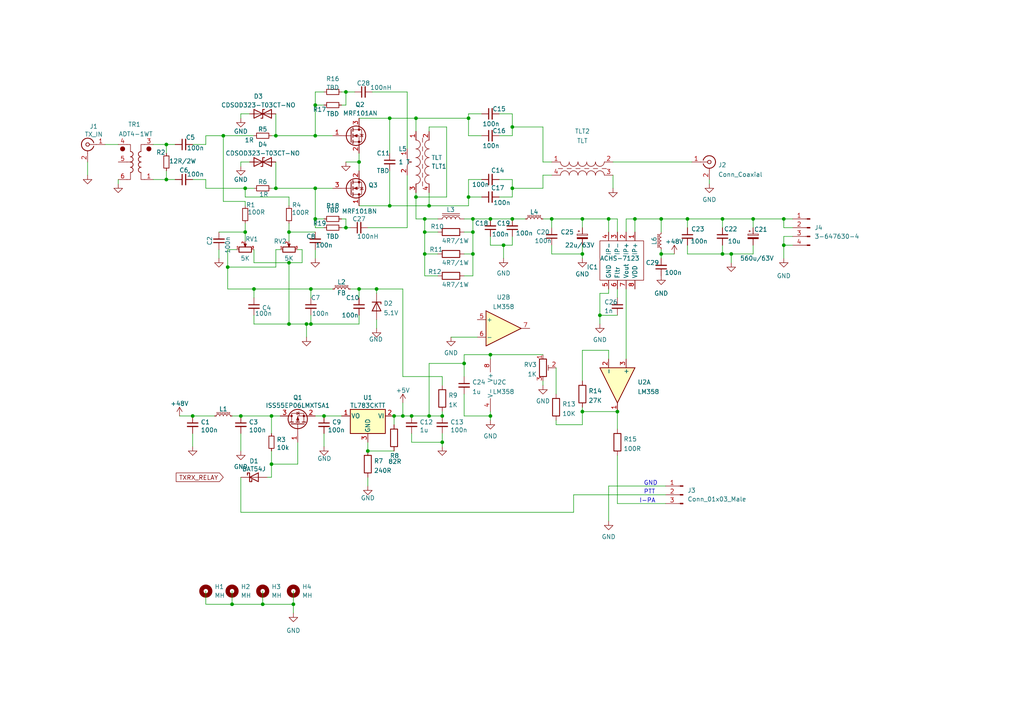
<source format=kicad_sch>
(kicad_sch (version 20211123) (generator eeschema)
  (paper "A4")
  (title_block (title "MUNIN 100 HF PA") (date "2022-01-25") (rev "0") (company "LA2NI") (comment 1 "Eng:Kjell Karlsen"))
  (junction (at 85.09 175.26))
  (junction (at 184.15 63.5))
  (junction (at 113.03 34.29))
  (junction (at 104.14 83.82))
  (junction (at 91.44 54.61))
  (junction (at 137.16 73.66))
  (junction (at 48.26 41.91))
  (junction (at 142.24 63.5))
  (junction (at 78.74 134.62))
  (junction (at 88.9 93.98))
  (junction (at 168.91 73.66))
  (junction (at 67.31 175.26))
  (junction (at 83.82 93.98))
  (junction (at 113.03 59.69))
  (junction (at 124.46 59.69))
  (junction (at 148.59 63.5))
  (junction (at 83.82 76.2))
  (junction (at 218.44 63.5))
  (junction (at 137.16 67.31))
  (junction (at 83.82 67.31))
  (junction (at 168.91 119.38))
  (junction (at 78.74 120.65))
  (junction (at 128.27 128.27))
  (junction (at 199.39 63.5))
  (junction (at 91.44 30.48))
  (junction (at 76.2 175.26))
  (junction (at 100.33 26.67))
  (junction (at 123.19 67.31))
  (junction (at 48.26 52.07))
  (junction (at 91.44 39.37))
  (junction (at 124.46 120.65))
  (junction (at 90.17 83.82))
  (junction (at 148.59 54.61))
  (junction (at 212.09 73.66))
  (junction (at 134.62 105.41))
  (junction (at 120.65 57.15))
  (junction (at 100.33 66.04))
  (junction (at 69.85 120.65))
  (junction (at 160.02 63.5))
  (junction (at 120.65 34.29))
  (junction (at 119.38 120.65))
  (junction (at 209.55 73.66))
  (junction (at 227.33 71.12))
  (junction (at 227.33 63.5))
  (junction (at 142.24 120.65))
  (junction (at 73.66 83.82))
  (junction (at 71.12 54.61))
  (junction (at 80.01 39.37))
  (junction (at 66.04 77.47))
  (junction (at 114.3 120.65))
  (junction (at 123.19 73.66))
  (junction (at 123.19 63.5))
  (junction (at 173.99 91.44))
  (junction (at 168.91 63.5))
  (junction (at 104.14 46.99))
  (junction (at 106.68 130.81))
  (junction (at 137.16 63.5))
  (junction (at 93.98 120.65))
  (junction (at 55.88 120.65))
  (junction (at 148.59 36.83))
  (junction (at 191.77 73.66))
  (junction (at 90.17 93.98))
  (junction (at 135.89 57.15))
  (junction (at 64.77 39.37))
  (junction (at 179.07 119.38))
  (junction (at 209.55 63.5))
  (junction (at 176.53 63.5))
  (junction (at 91.44 63.5))
  (junction (at 80.01 54.61))
  (junction (at 135.89 34.29))
  (junction (at 128.27 120.65))
  (junction (at 109.22 83.82))
  (junction (at 191.77 63.5))
  (junction (at 142.24 102.87))
  (junction (at 146.05 71.12))
  (junction (at 71.12 67.31))
  (junction (at 116.84 120.65))
  (wire (pts (xy 119.38 125.73) (xy 119.38 128.27)))
  (wire (pts (xy 128.27 111.76) (xy 128.27 109.22)))
  (wire (pts (xy 48.26 41.91) (xy 48.26 44.45)))
  (wire (pts (xy 25.4 46.99) (xy 25.4 50.8)))
  (wire (pts (xy 80.01 77.47) (xy 80.01 72.39)))
  (wire (pts (xy 59.69 175.26) (xy 67.31 175.26)))
  (wire (pts (xy 160.02 66.04) (xy 160.02 63.5)))
  (wire (pts (xy 139.7 57.15) (xy 135.89 57.15)))
  (wire (pts (xy 78.74 120.65) (xy 81.28 120.65)))
  (wire (pts (xy 91.44 72.39) (xy 91.44 74.93)))
  (wire (pts (xy 124.46 120.65) (xy 124.46 105.41)))
  (wire (pts (xy 229.87 68.58) (xy 227.33 68.58)))
  (wire (pts (xy 124.46 38.1) (xy 124.46 36.83)))
  (wire (pts (xy 48.26 49.53) (xy 48.26 52.07)))
  (wire (pts (xy 85.09 175.26) (xy 85.09 177.8)))
  (wire (pts (xy 148.59 54.61) (xy 148.59 57.15)))
  (wire (pts (xy 179.07 119.38) (xy 179.07 124.46)))
  (wire (pts (xy 71.12 59.69) (xy 71.12 58.42)))
  (wire (pts (xy 209.55 63.5) (xy 218.44 63.5)))
  (wire (pts (xy 161.29 106.68) (xy 161.29 114.3)))
  (wire (pts (xy 157.48 63.5) (xy 160.02 63.5)))
  (wire (pts (xy 218.44 73.66) (xy 218.44 71.12)))
  (wire (pts (xy 85.09 171.45) (xy 85.09 175.26)))
  (wire (pts (xy 104.14 44.45) (xy 104.14 46.99)))
  (wire (pts (xy 99.06 30.48) (xy 100.33 30.48)))
  (wire (pts (xy 59.69 41.91) (xy 59.69 39.37)))
  (wire (pts (xy 137.16 73.66) (xy 137.16 80.01)))
  (wire (pts (xy 120.65 57.15) (xy 129.54 57.15)))
  (wire (pts (xy 69.85 33.02) (xy 72.39 33.02)))
  (wire (pts (xy 173.99 91.44) (xy 179.07 91.44)))
  (wire (pts (xy 90.17 83.82) (xy 96.52 83.82)))
  (wire (pts (xy 191.77 73.66) (xy 195.58 73.66)))
  (wire (pts (xy 80.01 72.39) (xy 81.28 72.39)))
  (wire (pts (xy 91.44 30.48) (xy 91.44 39.37)))
  (wire (pts (xy 212.09 73.66) (xy 218.44 73.66)))
  (wire (pts (xy 176.53 63.5) (xy 179.07 63.5)))
  (wire (pts (xy 142.24 119.38) (xy 142.24 120.65)))
  (wire (pts (xy 91.44 39.37) (xy 96.52 39.37)))
  (wire (pts (xy 67.31 171.45) (xy 67.31 175.26)))
  (wire (pts (xy 160.02 71.12) (xy 160.02 73.66)))
  (wire (pts (xy 157.48 102.87) (xy 142.24 102.87)))
  (wire (pts (xy 55.88 120.65) (xy 62.23 120.65)))
  (wire (pts (xy 91.44 54.61) (xy 91.44 63.5)))
  (wire (pts (xy 177.8 46.99) (xy 200.66 46.99)))
  (wire (pts (xy 80.01 54.61) (xy 91.44 54.61)))
  (wire (pts (xy 123.19 63.5) (xy 123.19 67.31)))
  (wire (pts (xy 184.15 63.5) (xy 191.77 63.5)))
  (wire (pts (xy 59.69 52.07) (xy 59.69 54.61)))
  (wire (pts (xy 134.62 114.3) (xy 134.62 120.65)))
  (wire (pts (xy 55.88 125.73) (xy 55.88 129.54)))
  (wire (pts (xy 116.84 109.22) (xy 116.84 83.82)))
  (wire (pts (xy 209.55 73.66) (xy 212.09 73.66)))
  (wire (pts (xy 59.69 171.45) (xy 59.69 175.26)))
  (wire (pts (xy 106.68 138.43) (xy 106.68 140.97)))
  (wire (pts (xy 114.3 120.65) (xy 116.84 120.65)))
  (wire (pts (xy 88.9 93.98) (xy 88.9 97.79)))
  (wire (pts (xy 91.44 63.5) (xy 93.98 63.5)))
  (wire (pts (xy 134.62 67.31) (xy 137.16 67.31)))
  (wire (pts (xy 86.36 72.39) (xy 87.63 72.39)))
  (wire (pts (xy 123.19 67.31) (xy 123.19 73.66)))
  (wire (pts (xy 73.66 83.82) (xy 90.17 83.82)))
  (wire (pts (xy 86.36 128.27) (xy 86.36 134.62)))
  (wire (pts (xy 128.27 125.73) (xy 128.27 128.27)))
  (wire (pts (xy 120.65 34.29) (xy 120.65 38.1)))
  (wire (pts (xy 137.16 63.5) (xy 137.16 67.31)))
  (wire (pts (xy 104.14 83.82) (xy 101.6 83.82)))
  (wire (pts (xy 69.85 138.43) (xy 69.85 148.59)))
  (wire (pts (xy 120.65 63.5) (xy 123.19 63.5)))
  (wire (pts (xy 104.14 91.44) (xy 104.14 93.98)))
  (wire (pts (xy 160.02 46.99) (xy 157.48 46.99)))
  (wire (pts (xy 119.38 128.27) (xy 128.27 128.27)))
  (wire (pts (xy 144.78 52.07) (xy 148.59 52.07)))
  (wire (pts (xy 161.29 121.92) (xy 161.29 123.19)))
  (wire (pts (xy 129.54 36.83) (xy 129.54 57.15)))
  (wire (pts (xy 148.59 54.61) (xy 157.48 54.61)))
  (wire (pts (xy 134.62 102.87) (xy 142.24 102.87)))
  (wire (pts (xy 179.07 146.05) (xy 193.04 146.05)))
  (wire (pts (xy 109.22 85.09) (xy 109.22 83.82)))
  (wire (pts (xy 93.98 66.04) (xy 91.44 66.04)))
  (wire (pts (xy 83.82 67.31) (xy 83.82 69.85)))
  (wire (pts (xy 212.09 73.66) (xy 212.09 76.2)))
  (wire (pts (xy 104.14 46.99) (xy 104.14 49.53)))
  (wire (pts (xy 176.53 101.6) (xy 176.53 104.14)))
  (wire (pts (xy 229.87 66.04) (xy 227.33 66.04)))
  (wire (pts (xy 142.24 68.58) (xy 142.24 71.12)))
  (wire (pts (xy 124.46 55.88) (xy 124.46 59.69)))
  (wire (pts (xy 184.15 63.5) (xy 184.15 67.31)))
  (wire (pts (xy 176.53 63.5) (xy 176.53 67.31)))
  (wire (pts (xy 127 80.01) (xy 123.19 80.01)))
  (wire (pts (xy 199.39 63.5) (xy 209.55 63.5)))
  (wire (pts (xy 71.12 67.31) (xy 71.12 69.85)))
  (wire (pts (xy 113.03 59.69) (xy 124.46 59.69)))
  (wire (pts (xy 100.33 26.67) (xy 102.87 26.67)))
  (wire (pts (xy 109.22 83.82) (xy 116.84 83.82)))
  (wire (pts (xy 71.12 54.61) (xy 71.12 57.15)))
  (wire (pts (xy 78.74 138.43) (xy 77.47 138.43)))
  (wire (pts (xy 179.07 83.82) (xy 179.07 86.36)))
  (wire (pts (xy 100.33 46.99) (xy 104.14 46.99)))
  (wire (pts (xy 66.04 72.39) (xy 66.04 77.47)))
  (wire (pts (xy 134.62 109.22) (xy 134.62 105.41)))
  (wire (pts (xy 100.33 66.04) (xy 101.6 66.04)))
  (wire (pts (xy 106.68 128.27) (xy 106.68 130.81)))
  (wire (pts (xy 91.44 63.5) (xy 91.44 66.04)))
  (wire (pts (xy 134.62 73.66) (xy 137.16 73.66)))
  (wire (pts (xy 83.82 67.31) (xy 91.44 67.31)))
  (wire (pts (xy 80.01 46.99) (xy 80.01 54.61)))
  (wire (pts (xy 69.85 125.73) (xy 69.85 130.81)))
  (wire (pts (xy 73.66 93.98) (xy 83.82 93.98)))
  (wire (pts (xy 55.88 52.07) (xy 59.69 52.07)))
  (wire (pts (xy 173.99 85.09) (xy 176.53 85.09)))
  (wire (pts (xy 179.07 132.08) (xy 179.07 146.05)))
  (wire (pts (xy 48.26 52.07) (xy 50.8 52.07)))
  (wire (pts (xy 73.66 83.82) (xy 73.66 86.36)))
  (wire (pts (xy 78.74 54.61) (xy 80.01 54.61)))
  (wire (pts (xy 66.04 77.47) (xy 66.04 83.82)))
  (wire (pts (xy 146.05 71.12) (xy 148.59 71.12)))
  (wire (pts (xy 78.74 120.65) (xy 78.74 125.73)))
  (wire (pts (xy 157.48 46.99) (xy 157.48 36.83)))
  (wire (pts (xy 168.91 119.38) (xy 168.91 118.11)))
  (wire (pts (xy 168.91 119.38) (xy 168.91 123.19)))
  (wire (pts (xy 52.07 120.65) (xy 55.88 120.65)))
  (wire (pts (xy 209.55 71.12) (xy 209.55 73.66)))
  (wire (pts (xy 148.59 52.07) (xy 148.59 54.61)))
  (wire (pts (xy 135.89 33.02) (xy 139.7 33.02)))
  (wire (pts (xy 63.5 67.31) (xy 71.12 67.31)))
  (wire (pts (xy 176.53 151.13) (xy 176.53 140.97)))
  (wire (pts (xy 168.91 71.12) (xy 168.91 73.66)))
  (wire (pts (xy 91.44 30.48) (xy 93.98 30.48)))
  (wire (pts (xy 120.65 57.15) (xy 120.65 63.5)))
  (wire (pts (xy 78.74 130.81) (xy 78.74 134.62)))
  (wire (pts (xy 99.06 26.67) (xy 100.33 26.67)))
  (wire (pts (xy 227.33 63.5) (xy 227.33 66.04)))
  (wire (pts (xy 205.74 52.07) (xy 205.74 53.34)))
  (wire (pts (xy 130.81 97.79) (xy 138.43 97.79)))
  (wire (pts (xy 69.85 34.29) (xy 69.85 33.02)))
  (wire (pts (xy 123.19 73.66) (xy 127 73.66)))
  (wire (pts (xy 137.16 67.31) (xy 137.16 73.66)))
  (wire (pts (xy 91.44 26.67) (xy 91.44 30.48)))
  (wire (pts (xy 191.77 63.5) (xy 199.39 63.5)))
  (wire (pts (xy 99.06 63.5) (xy 100.33 63.5)))
  (wire (pts (xy 191.77 72.39) (xy 191.77 73.66)))
  (wire (pts (xy 83.82 76.2) (xy 87.63 76.2)))
  (wire (pts (xy 90.17 91.44) (xy 90.17 93.98)))
  (wire (pts (xy 91.44 120.65) (xy 93.98 120.65)))
  (wire (pts (xy 127 63.5) (xy 123.19 63.5)))
  (wire (pts (xy 119.38 120.65) (xy 124.46 120.65)))
  (wire (pts (xy 142.24 63.5) (xy 148.59 63.5)))
  (wire (pts (xy 116.84 116.84) (xy 116.84 120.65)))
  (wire (pts (xy 135.89 57.15) (xy 135.89 59.69)))
  (wire (pts (xy 135.89 34.29) (xy 135.89 33.02)))
  (wire (pts (xy 116.84 120.65) (xy 119.38 120.65)))
  (wire (pts (xy 30.48 41.91) (xy 34.29 41.91)))
  (wire (pts (xy 71.12 54.61) (xy 73.66 54.61)))
  (wire (pts (xy 76.2 171.45) (xy 76.2 175.26)))
  (wire (pts (xy 168.91 73.66) (xy 168.91 74.93)))
  (wire (pts (xy 142.24 102.87) (xy 142.24 104.14)))
  (wire (pts (xy 181.61 83.82) (xy 181.61 104.14)))
  (wire (pts (xy 107.95 26.67) (xy 118.11 26.67)))
  (wire (pts (xy 124.46 120.65) (xy 128.27 120.65)))
  (wire (pts (xy 157.48 50.8) (xy 157.48 54.61)))
  (wire (pts (xy 64.77 39.37) (xy 73.66 39.37)))
  (wire (pts (xy 69.85 48.26) (xy 69.85 46.99)))
  (wire (pts (xy 148.59 36.83) (xy 148.59 39.37)))
  (wire (pts (xy 173.99 91.44) (xy 173.99 85.09)))
  (wire (pts (xy 100.33 63.5) (xy 100.33 66.04)))
  (wire (pts (xy 78.74 134.62) (xy 86.36 134.62)))
  (wire (pts (xy 73.66 83.82) (xy 66.04 83.82)))
  (wire (pts (xy 69.85 46.99) (xy 72.39 46.99)))
  (wire (pts (xy 148.59 63.5) (xy 152.4 63.5)))
  (wire (pts (xy 209.55 66.04) (xy 209.55 63.5)))
  (wire (pts (xy 135.89 57.15) (xy 135.89 52.07)))
  (wire (pts (xy 227.33 71.12) (xy 229.87 71.12)))
  (wire (pts (xy 78.74 39.37) (xy 80.01 39.37)))
  (wire (pts (xy 148.59 36.83) (xy 157.48 36.83)))
  (wire (pts (xy 80.01 33.02) (xy 80.01 39.37)))
  (wire (pts (xy 146.05 74.93) (xy 146.05 71.12)))
  (wire (pts (xy 124.46 36.83) (xy 129.54 36.83)))
  (wire (pts (xy 135.89 52.07) (xy 139.7 52.07)))
  (wire (pts (xy 99.06 66.04) (xy 100.33 66.04)))
  (wire (pts (xy 168.91 110.49) (xy 168.91 101.6)))
  (wire (pts (xy 191.77 73.66) (xy 191.77 74.93)))
  (wire (pts (xy 93.98 26.67) (xy 91.44 26.67)))
  (wire (pts (xy 218.44 63.5) (xy 218.44 66.04)))
  (wire (pts (xy 166.37 148.59) (xy 166.37 143.51)))
  (wire (pts (xy 67.31 175.26) (xy 76.2 175.26)))
  (wire (pts (xy 148.59 33.02) (xy 148.59 36.83)))
  (wire (pts (xy 104.14 83.82) (xy 109.22 83.82)))
  (wire (pts (xy 71.12 64.77) (xy 71.12 67.31)))
  (wire (pts (xy 114.3 120.65) (xy 114.3 123.19)))
  (wire (pts (xy 144.78 39.37) (xy 148.59 39.37)))
  (wire (pts (xy 83.82 93.98) (xy 88.9 93.98)))
  (wire (pts (xy 199.39 71.12) (xy 199.39 73.66)))
  (wire (pts (xy 124.46 105.41) (xy 134.62 105.41)))
  (wire (pts (xy 83.82 57.15) (xy 71.12 57.15)))
  (wire (pts (xy 100.33 30.48) (xy 100.33 26.67)))
  (wire (pts (xy 44.45 52.07) (xy 48.26 52.07)))
  (wire (pts (xy 116.84 109.22) (xy 128.27 109.22)))
  (wire (pts (xy 118.11 50.8) (xy 118.11 66.04)))
  (wire (pts (xy 104.14 59.69) (xy 113.03 59.69)))
  (wire (pts (xy 83.82 59.69) (xy 83.82 57.15)))
  (wire (pts (xy 104.14 93.98) (xy 90.17 93.98)))
  (wire (pts (xy 199.39 73.66) (xy 209.55 73.66)))
  (wire (pts (xy 59.69 39.37) (xy 64.77 39.37)))
  (wire (pts (xy 73.66 72.39) (xy 73.66 76.2)))
  (wire (pts (xy 227.33 63.5) (xy 229.87 63.5)))
  (wire (pts (xy 69.85 120.65) (xy 78.74 120.65)))
  (wire (pts (xy 73.66 76.2) (xy 83.82 76.2)))
  (wire (pts (xy 139.7 39.37) (xy 135.89 39.37)))
  (wire (pts (xy 118.11 26.67) (xy 118.11 43.18)))
  (wire (pts (xy 191.77 63.5) (xy 191.77 67.31)))
  (wire (pts (xy 73.66 93.98) (xy 73.66 91.44)))
  (wire (pts (xy 227.33 68.58) (xy 227.33 71.12)))
  (wire (pts (xy 113.03 49.53) (xy 113.03 59.69)))
  (wire (pts (xy 173.99 93.98) (xy 173.99 91.44)))
  (wire (pts (xy 55.88 41.91) (xy 59.69 41.91)))
  (wire (pts (xy 142.24 71.12) (xy 146.05 71.12)))
  (wire (pts (xy 179.07 63.5) (xy 179.07 67.31)))
  (wire (pts (xy 148.59 68.58) (xy 148.59 71.12)))
  (wire (pts (xy 44.45 41.91) (xy 48.26 41.91)))
  (wire (pts (xy 109.22 92.71) (xy 109.22 95.25)))
  (wire (pts (xy 166.37 143.51) (xy 193.04 143.51)))
  (wire (pts (xy 80.01 39.37) (xy 91.44 39.37)))
  (wire (pts (xy 142.24 120.65) (xy 142.24 121.92)))
  (wire (pts (xy 67.31 120.65) (xy 69.85 120.65)))
  (wire (pts (xy 120.65 55.88) (xy 120.65 57.15)))
  (wire (pts (xy 123.19 67.31) (xy 127 67.31)))
  (wire (pts (xy 66.04 72.39) (xy 68.58 72.39)))
  (wire (pts (xy 106.68 66.04) (xy 118.11 66.04)))
  (wire (pts (xy 128.27 119.38) (xy 128.27 120.65)))
  (wire (pts (xy 83.82 64.77) (xy 83.82 67.31)))
  (wire (pts (xy 176.53 140.97) (xy 193.04 140.97)))
  (wire (pts (xy 134.62 105.41) (xy 134.62 102.87)))
  (wire (pts (xy 93.98 125.73) (xy 93.98 129.54)))
  (wire (pts (xy 181.61 67.31) (xy 181.61 63.5)))
  (wire (pts (xy 71.12 58.42) (xy 64.77 58.42)))
  (wire (pts (xy 78.74 134.62) (xy 78.74 138.43)))
  (wire (pts (xy 168.91 101.6) (xy 176.53 101.6)))
  (wire (pts (xy 124.46 59.69) (xy 135.89 59.69)))
  (wire (pts (xy 179.07 119.38) (xy 168.91 119.38)))
  (wire (pts (xy 177.8 50.8) (xy 177.8 54.61)))
  (wire (pts (xy 69.85 148.59) (xy 166.37 148.59)))
  (wire (pts (xy 104.14 34.29) (xy 113.03 34.29)))
  (wire (pts (xy 144.78 33.02) (xy 148.59 33.02)))
  (wire (pts (xy 93.98 120.65) (xy 99.06 120.65)))
  (wire (pts (xy 48.26 41.91) (xy 50.8 41.91)))
  (wire (pts (xy 176.53 85.09) (xy 176.53 83.82)))
  (wire (pts (xy 218.44 63.5) (xy 227.33 63.5)))
  (wire (pts (xy 34.29 52.07) (xy 34.29 53.34)))
  (wire (pts (xy 160.02 63.5) (xy 168.91 63.5)))
  (wire (pts (xy 106.68 130.81) (xy 114.3 130.81)))
  (wire (pts (xy 134.62 120.65) (xy 142.24 120.65)))
  (wire (pts (xy 160.02 50.8) (xy 157.48 50.8)))
  (wire (pts (xy 168.91 66.04) (xy 168.91 63.5)))
  (wire (pts (xy 144.78 57.15) (xy 148.59 57.15)))
  (wire (pts (xy 76.2 175.26) (xy 85.09 175.26)))
  (wire (pts (xy 90.17 93.98) (xy 88.9 93.98)))
  (wire (pts (xy 168.91 63.5) (xy 176.53 63.5)))
  (wire (pts (xy 87.63 76.2) (xy 87.63 72.39)))
  (wire (pts (xy 160.02 73.66) (xy 168.91 73.66)))
  (wire (pts (xy 63.5 72.39) (xy 63.5 74.93)))
  (wire (pts (xy 199.39 63.5) (xy 199.39 66.04)))
  (wire (pts (xy 135.89 39.37) (xy 135.89 34.29)))
  (wire (pts (xy 120.65 34.29) (xy 135.89 34.29)))
  (wire (pts (xy 123.19 73.66) (xy 123.19 80.01)))
  (wire (pts (xy 91.44 54.61) (xy 96.52 54.61)))
  (wire (pts (xy 137.16 63.5) (xy 142.24 63.5)))
  (wire (pts (xy 161.29 123.19) (xy 168.91 123.19)))
  (wire (pts (xy 64.77 39.37) (xy 64.77 58.42)))
  (wire (pts (xy 181.61 63.5) (xy 184.15 63.5)))
  (wire (pts (xy 59.69 54.61) (xy 71.12 54.61)))
  (wire (pts (xy 104.14 83.82) (xy 104.14 86.36)))
  (wire (pts (xy 134.62 80.01) (xy 137.16 80.01)))
  (wire (pts (xy 83.82 76.2) (xy 83.82 93.98)))
  (wire (pts (xy 113.03 34.29) (xy 113.03 44.45)))
  (wire (pts (xy 113.03 34.29) (xy 120.65 34.29)))
  (wire (pts (xy 90.17 83.82) (xy 90.17 86.36)))
  (wire (pts (xy 157.48 110.49) (xy 157.48 111.76)))
  (wire (pts (xy 227.33 71.12) (xy 227.33 74.93)))
  (wire (pts (xy 66.04 77.47) (xy 80.01 77.47)))
  (wire (pts (xy 128.27 128.27) (xy 128.27 129.54)))
  (wire (pts (xy 134.62 63.5) (xy 137.16 63.5)))
  (text "GND" (at 186.69 140.97 0) (effects (font (size 1.27 1.27)) (justify left bottom)))
  (text "PTT" (at 186.69 143.51 0) (effects (font (size 1.27 1.27)) (justify left bottom)))
  (text "I-PA" (at 185.42 146.05 0) (effects (font (size 1.27 1.27)) (justify left bottom)))
  (global_label "TXRX_RELAY" (shape input) (at 64.77 138.43 180) (property "Intersheet References" "${INTERSHEET_REFS}" (effects hide)))
  (symbol (lib_id "KjellKarlsen:R_Small") (at 76.2 39.37 90) (unit 1)
    (property "Reference" "R5" (at 76.2 37.499 90))
    (property "Value" "1R" (at 73.66 40.64 90) (effects (justify left)))
    (property "Footprint" "Resistor_SMD:R_0805_2012Metric_Pad1.20x1.40mm_HandSolder" (effects hide))
  )
  (symbol (lib_id "Device:R_Small") (at 96.52 66.04 90) (unit 1)
    (property "Reference" "R19" (at 92.71 64.77 90))
    (property "Value" "TBD" (at 96.52 68.58 90))
    (property "Footprint" "Resistor_SMD:R_1206_3216Metric" (effects hide))
  )
  (symbol (lib_id "power:GND") (at 34.29 53.34 0) (unit 1)
    (property "Reference" "#PWR02" (effects hide))
    (property "Value" "GND" (effects hide))
  )
  (symbol (lib_id "Device:R_Small") (at 96.52 63.5 90) (unit 1)
    (property "Reference" "R18" (at 96.52 59.69 90))
    (property "Value" "TBD" (at 96.52 60.96 90))
    (property "Footprint" "Resistor_SMD:R_1206_3216Metric" (effects hide))
  )
  (symbol (lib_id "Device:C_Small") (at 93.98 123.19 0) (unit 1)
    (property "Reference" "C9" (at 96.3042 122.4291 0) (effects (justify left)))
    (property "Value" "100n" (at 95.0342 124.7278 0) (effects (justify left)))
    (property "Footprint" "Capacitor_SMD:C_0805_2012Metric_Pad1.18x1.45mm_HandSolder" (effects hide))
  )
  (symbol (lib_id "Connector:Conn_Coaxial") (at 25.4 41.91 0) (mirror y) (unit 1)
    (property "Reference" "J1" (at 27.178 36.6734 0))
    (property "Value" "TX_IN" (at 27.178 38.9721 0))
    (property "Footprint" "Connector_Coaxial:SMA_Amphenol_132291_Vertical" (effects hide))
    (property "Datasheet" " ~" (effects hide))
  )
  (symbol (lib_id "KjellKarlsen:R_Small") (at 76.2 54.61 90) (unit 1)
    (property "Reference" "R6" (at 76.2 52.739 90))
    (property "Value" "1R" (at 77.851 56.388 90) (effects (justify left)))
    (property "Footprint" "Resistor_SMD:R_0805_2012Metric_Pad1.20x1.40mm_HandSolder" (effects hide))
  )
  (symbol (lib_id "Device:R_Small") (at 96.52 30.48 90) (unit 1)
    (property "Reference" "R17" (at 92.71 31.75 90))
    (property "Value" "TBD" (at 96.52 33.02 90))
    (property "Footprint" "Resistor_SMD:R_1206_3216Metric" (effects hide))
  )
  (symbol (lib_id "power:GND") (at 130.81 97.79 0) (unit 1)
    (property "Reference" "#PWR0102" (effects hide))
    (property "Value" "GND" (at 130.81 102.3525 0))
  )
  (symbol (lib_id "KjellKarlsen:C_Small") (at 148.59 66.04 180) (unit 1)
    (property "Reference" "C19" (at 146.05 64.77 0))
    (property "Value" "100n" (at 154.59 67.64 0) (effects (justify left)))
    (property "Footprint" "Capacitor_SMD:C_0805_2012Metric_Pad1.18x1.45mm_HandSolder" (effects hide))
  )
  (symbol (lib_id "Device:R_POT_TRIM") (at 157.48 106.68 0) (unit 1)
    (property "Reference" "RV3" (at 155.7021 105.7715 0) (effects (justify right)))
    (property "Value" "1K" (at 155.7021 108.5466 0) (effects (justify right)))
    (property "Footprint" "Potentiometer_SMD:Potentiometer_Bourns_3214G_Horizontal" (effects hide))
  )
  (symbol (lib_id "KjellKarlsen:R_POT_Small") (at 83.82 72.39 90) (unit 1)
    (property "Reference" "RV2" (at 81.28 69.9834 90))
    (property "Value" "5K" (at 83.82 74.93 90))
    (property "Footprint" "Potentiometer_SMD:Potentiometer_Bourns_3214G_Horizontal" (effects hide))
  )
  (symbol (lib_id "power:GND") (at 69.85 48.26 0) (unit 1)
    (property "Reference" "#PWR020" (effects hide))
    (property "Value" "GND" (at 69.85 52.07 0))
  )
  (symbol (lib_id "Device:R") (at 114.3 127 0) (unit 1)
    (property "Reference" "R8" (at 113.0781 132.1915 0) (effects (justify left)))
    (property "Value" "82R" (at 112.5781 133.8666 0) (effects (justify left)))
    (property "Footprint" "Resistor_SMD:R_0805_2012Metric_Pad1.20x1.40mm_HandSolder" (effects hide))
  )
  (symbol (lib_id "power:GND") (at 109.22 95.25 0) (unit 1)
    (property "Reference" "#PWR012" (effects hide))
    (property "Value" "GND" (at 109.02 98.4126 0))
  )
  (symbol (lib_id "Transformer:ADT4-1WT") (at 39.37 46.99 0) (mirror y) (unit 1)
    (property "Reference" "TR1" (at 38.97 36.0894 0))
    (property "Value" "ADT4-1WT" (at 39.37 38.8645 0))
    (property "Footprint" "RF_Mini-Circuits:Mini-Circuits_CD542_H2.84mm" (effects hide))
    (property "Datasheet" "https://www.minicircuits.com/pdfs/ADT4-1WT+.pdf" (effects hide))
  )
  (symbol (lib_id "power:GND") (at 63.5 74.93 0) (unit 1)
    (property "Reference" "#PWR04" (effects hide))
    (property "Value" "GND" (effects hide))
  )
  (symbol (lib_id "Device:R_Small") (at 78.74 128.27 0) (unit 1)
    (property "Reference" "R3" (at 80.2387 127.5091 0) (effects (justify left)))
    (property "Value" "10k" (at 80.2387 129.8078 0) (effects (justify left)))
    (property "Footprint" "Resistor_SMD:R_0805_2012Metric_Pad1.20x1.40mm_HandSolder" (effects hide))
  )
  (symbol (lib_id "Device:R") (at 179.07 128.27 0) (unit 1)
    (property "Reference" "R15" (at 180.848 127.3615 0) (effects (justify left)))
    (property "Value" "100R" (at 180.848 130.1366 0) (effects (justify left)))
    (property "Footprint" "Resistor_SMD:R_0805_2012Metric_Pad1.20x1.40mm_HandSolder" (effects hide))
  )
  (symbol (lib_id "power:GND") (at 25.4 50.8 0) (unit 1)
    (property "Reference" "#PWR01" (effects hide))
    (property "Value" "GND" (effects hide))
  )
  (symbol (lib_id "power:GND") (at 128.27 129.54 0) (unit 1)
    (property "Reference" "#PWR013" (effects hide))
    (property "Value" "GND" (effects hide))
  )
  (symbol (lib_id "Device:L_Core_Ferrite_Small") (at 154.94 63.5 90) (unit 1)
    (property "Reference" "L4" (at 154.94 61.4766 90))
    (property "Value" "Ferrite Bead 742792514" (effects hide))
    (property "Footprint" "Inductor_SMD:L_1812_4532Metric" (effects hide))
  )
  (symbol (lib_id "KjellKarlsen:C_Small") (at 142.24 57.15 90) (unit 1)
    (property "Reference" "C17" (at 144.365 54.4985 90))
    (property "Value" "100n" (at 148.082 58.801 90) (effects (justify left)))
    (property "Footprint" "Capacitor_SMD:C_1210_3225Metric_Pad1.33x2.70mm_HandSolder" (effects hide))
  )
  (symbol (lib_id "Device:R") (at 168.91 114.3 0) (unit 1)
    (property "Reference" "R14" (at 170.688 113.3915 0) (effects (justify left)))
    (property "Value" "27K" (at 170.688 116.1666 0) (effects (justify left)))
    (property "Footprint" "Resistor_SMD:R_0805_2012Metric_Pad1.20x1.40mm_HandSolder" (effects hide))
  )
  (symbol (lib_id "Mechanical:MountingHole") (at 85.09 171.45 0) (unit 1)
    (property "Reference" "H4" (at 87.63 170.1799 0) (effects (justify left)))
    (property "Value" "MH" (at 87.63 172.7199 0) (effects (justify left)))
    (property "Footprint" "MountingHole:MountingHole_3.2mm_M3" (effects hide))
  )
  (symbol (lib_id "Device:D_TVS") (at 76.2 33.02 0) (unit 1)
    (property "Reference" "D3" (at 74.93 27.94 0))
    (property "Value" "CDSOD323-T03CT-NO" (at 74.93 30.48 0))
    (property "Footprint" "Diode_SMD:D_0805_2012Metric" (effects hide))
  )
  (symbol (lib_id "Mechanical:MountingHole") (at 76.2 171.45 0) (unit 1)
    (property "Reference" "H3" (at 78.74 170.1799 0) (effects (justify left)))
    (property "Value" "MH" (at 78.74 172.7199 0) (effects (justify left)))
    (property "Footprint" "MountingHole:MountingHole_3.2mm_M3" (effects hide))
  )
  (symbol (lib_id "Device:L_Core_Ferrite_Small") (at 99.06 83.82 90) (unit 1)
    (property "Reference" "L2" (at 99.06 81.7966 90))
    (property "Value" "FB" (at 99.06 84.9715 90))
    (property "Footprint" "Inductor_SMD:L_0805_2012Metric_Pad1.05x1.20mm_HandSolder" (effects hide))
  )
  (symbol (lib_id "power:GND") (at 157.48 111.76 0) (unit 1)
    (property "Reference" "#PWR0105" (effects hide))
    (property "Value" "GND" (at 157.48 116.3225 0))
  )
  (symbol (lib_id "power:+48V") (at 52.07 120.65 0) (unit 1)
    (property "Reference" "#PWR0108" (effects hide))
    (property "Value" "+48V" (at 52.07 117.0455 0))
  )
  (symbol (lib_id "Device:R") (at 106.68 134.62 0) (unit 1)
    (property "Reference" "R7" (at 108.4581 133.7115 0) (effects (justify left)))
    (property "Value" "240R" (at 108.4581 136.4866 0) (effects (justify left)))
    (property "Footprint" "Resistor_SMD:R_0805_2012Metric_Pad1.20x1.40mm_HandSolder" (effects hide))
  )
  (symbol (lib_id "Device:C_Small") (at 104.14 66.04 90) (unit 1)
    (property "Reference" "C27" (at 104.14 63.5 90))
    (property "Value" "100nH" (at 106.68 68.58 90))
    (property "Footprint" "Capacitor_SMD:C_0805_2012Metric" (effects hide))
  )
  (symbol (lib_id "Device:R") (at 128.27 115.57 0) (unit 1)
    (property "Reference" "R9" (at 130.0481 114.6615 0) (effects (justify left)))
    (property "Value" "1K" (at 130.0481 117.4366 0) (effects (justify left)))
    (property "Footprint" "Resistor_SMD:R_0805_2012Metric_Pad1.20x1.40mm_HandSolder" (effects hide))
  )
  (symbol (lib_id "KjellKarlsen:R_Small") (at 83.82 62.23 0) (unit 1)
    (property "Reference" "R4" (at 84.6837 59.4435 0) (effects (justify left)))
    (property "Value" "100R" (at 84.582 61.646 0) (effects (justify left)))
    (property "Footprint" "Resistor_SMD:R_0805_2012Metric_Pad1.20x1.40mm_HandSolder" (effects hide))
  )
  (symbol (lib_id "KjellKarlsen:C_Small") (at 142.24 52.07 90) (unit 1)
    (property "Reference" "C14" (at 144.365 49.4185 90))
    (property "Value" "100n" (at 141.882 53.521 90) (effects (justify left)))
    (property "Footprint" "Capacitor_SMD:C_1210_3225Metric_Pad1.33x2.70mm_HandSolder" (effects hide))
  )
  (symbol (lib_id "Device:D_TVS") (at 76.2 46.99 0) (unit 1)
    (property "Reference" "D4" (at 76.2 41.91 0))
    (property "Value" "CDSOD323-T03CT-NO" (at 76.2 44.45 0))
    (property "Footprint" "Diode_SMD:D_0805_2012Metric" (effects hide))
  )
  (symbol (lib_id "Device:C_Small") (at 69.85 123.19 0) (unit 1)
    (property "Reference" "C3" (at 72.1742 122.4291 0) (effects (justify left)))
    (property "Value" "100n" (at 72.1742 124.7278 0) (effects (justify left)))
    (property "Footprint" "Capacitor_SMD:C_0805_2012Metric_Pad1.18x1.45mm_HandSolder" (effects hide))
  )
  (symbol (lib_id "Device:R_Small") (at 96.52 26.67 90) (unit 1)
    (property "Reference" "R16" (at 96.52 22.86 90))
    (property "Value" "TBD" (at 96.52 25.4 90))
    (property "Footprint" "Resistor_SMD:R_1206_3216Metric" (effects hide))
  )
  (symbol (lib_id "Device:D_Zener") (at 109.22 88.9 270) (unit 1)
    (property "Reference" "D2" (at 111.2521 87.9915 90) (effects (justify left)))
    (property "Value" "5.1V" (at 111.2521 90.7666 90) (effects (justify left)))
    (property "Footprint" "Diode_SMD:D_0603_1608Metric" (effects hide))
  )
  (symbol (lib_id "power:GND") (at 142.24 121.92 0) (unit 1)
    (property "Reference" "#PWR05" (effects hide))
    (property "Value" "GND" (at 142.24 126.4825 0))
  )
  (symbol (lib_id "Device:L_Core_Ferrite_Small") (at 64.77 120.65 90) (unit 1)
    (property "Reference" "L1" (at 64.77 118.6266 90))
    (property "Value" "L_Core_Ferrite_Small" (effects hide))
    (property "Footprint" "Inductor_SMD:L_0805_2012Metric_Pad1.05x1.20mm_HandSolder" (effects hide))
  )
  (symbol (lib_id "KjellKarlsen:MRF101AN") (at 101.6 39.37 0) (unit 1)
    (property "Reference" "Q2" (at 103.0225 30.3335 0) (effects (justify left)))
    (property "Value" "MRF101AN" (at 99.4665 32.8546 0) (effects (justify left)))
    (property "Footprint" "LA2NI:TO-220-3_Horizontal_TabDown_SMD" (effects hide))
    (property "Datasheet" "NXP" (effects hide))
  )
  (symbol (lib_id "power:GND") (at 85.09 177.8 0) (unit 1)
    (property "Reference" "#PWR021" (effects hide))
    (property "Value" "GND" (at 85.09 182.88 0))
  )
  (symbol (lib_id "KjellKarlsen:C_Small") (at 191.77 77.47 180) (unit 1)
    (property "Reference" "C29" (at 189.23 76.2 0))
    (property "Value" "100n" (at 197.77 79.07 0) (effects (justify left)))
    (property "Footprint" "Capacitor_SMD:C_0805_2012Metric_Pad1.18x1.45mm_HandSolder" (effects hide))
  )
  (symbol (lib_id "Device:R") (at 130.81 67.31 90) (unit 1)
    (property "Reference" "R10" (at 126.81 65.71 90))
    (property "Value" "4R7/1W" (at 132.08 69.85 90))
    (property "Footprint" "Resistor_SMD:R_1210_3225Metric" (effects hide))
  )
  (symbol (lib_id "KjellKarlsen:TLV760-5V") (at 106.68 120.65 0) (mirror y) (unit 1)
    (property "Reference" "U1" (at 106.68 115.3118 0))
    (property "Value" "TL783CKTT" (at 106.68 117.6105 0))
    (property "Footprint" "Package_TO_SOT_SMD:TO-263-3_TabPin2" (effects hide))
    (property "Datasheet" "http://www.ti.com/lit/ds/symlink/lm1117.pdf" (effects hide))
  )
  (symbol (lib_id "Device:C_Small") (at 134.62 111.76 0) (unit 1)
    (property "Reference" "C24" (at 136.9441 110.8578 0) (effects (justify left)))
    (property "Value" "1u" (at 136.9441 113.6329 0) (effects (justify left)))
    (property "Footprint" "Capacitor_SMD:C_0805_2012Metric_Pad1.18x1.45mm_HandSolder" (effects hide))
  )
  (symbol (lib_id "KjellKarlsen:TLT") (at 115.57 46.99 90) (mirror x) (unit 1)
    (property "Reference" "TLT1" (at 129.54 48.26 90) (effects (justify left)))
    (property "Value" "TLT" (at 128.27 45.72 90) (effects (justify left)))
    (property "Footprint" "LA2NI:TLT_94_3" (effects hide))
  )
  (symbol (lib_id "KjellKarlsen:R_POT_Small") (at 71.12 72.39 90) (unit 1)
    (property "Reference" "RV1" (at 73.025 69.3484 90))
    (property "Value" "5K" (at 71.12 74.93 90))
    (property "Footprint" "Potentiometer_SMD:Potentiometer_Bourns_3214G_Horizontal" (effects hide))
  )
  (symbol (lib_id "Diode:1N5711UR") (at 73.66 138.43 0) (unit 1)
    (property "Reference" "D1" (at 73.66 133.7268 0))
    (property "Value" "BAT54J" (at 73.66 136.0255 0))
    (property "Footprint" "Diode_SMD:D_MELF" (effects hide))
    (property "Datasheet" "https://www.microsemi.com/document-portal/doc_download/131890-lds-0040-1-datasheet" (effects hide))
  )
  (symbol (lib_id "power:GND") (at 69.85 34.29 0) (unit 1)
    (property "Reference" "#PWR019" (effects hide))
    (property "Value" "GND" (at 69.85 38.1 0))
  )
  (symbol (lib_id "Device:C_Small") (at 128.27 123.19 0) (unit 1)
    (property "Reference" "C13" (at 130.5942 122.4291 0) (effects (justify left)))
    (property "Value" "100n" (at 130.5942 124.7278 0) (effects (justify left)))
    (property "Footprint" "Capacitor_SMD:C_0805_2012Metric_Pad1.18x1.45mm_HandSolder" (effects hide))
  )
  (symbol (lib_id "power:GND") (at 106.68 140.97 0) (unit 1)
    (property "Reference" "#PWR011" (effects hide))
    (property "Value" "GND" (at 106.68 144.4326 0))
  )
  (symbol (lib_id "power:GND") (at 173.99 93.98 0) (unit 1)
    (property "Reference" "#PWR018" (effects hide))
    (property "Value" "GND" (at 173.99 98.5425 0))
  )
  (symbol (lib_id "Connector:Conn_01x04_Male") (at 234.95 66.04 0) (mirror y) (unit 1)
    (property "Reference" "J4" (at 236.22 66.0399 0) (effects (justify right)))
    (property "Value" "3-647630-4" (at 236.22 68.5799 0) (effects (justify right)))
    (property "Footprint" "Connector_PinHeader_2.54mm:PinHeader_1x04_P2.54mm_Horizontal" (effects hide))
  )
  (symbol (lib_id "power:GND") (at 55.88 129.54 0) (unit 1)
    (property "Reference" "#PWR03" (effects hide))
    (property "Value" "GND" (effects hide))
  )
  (symbol (lib_id "KjellKarlsen:ACHS-7123") (at 171.45 76.2 90) (unit 1)
    (property "Reference" "IC1" (at 170.18 77.47 90) (effects (justify right)))
    (property "Value" "ACHS-7123" (at 173.99 74.93 90) (effects (justify right)))
    (property "Footprint" "Package_SO:SO-8_5.3x6.2mm_P1.27mm" (effects hide))
  )
  (symbol (lib_id "Device:C_Small") (at 179.07 88.9 0) (unit 1)
    (property "Reference" "C26" (at 175.26 87.63 0) (effects (justify left)))
    (property "Value" "1n" (at 175.26 90.17 0) (effects (justify left)))
    (property "Footprint" "Capacitor_SMD:C_0805_2012Metric_Pad1.18x1.45mm_HandSolder" (effects hide))
  )
  (symbol (lib_id "Device:C_Small") (at 119.38 123.19 0) (unit 1)
    (property "Reference" "C12" (at 121.7042 122.4291 0) (effects (justify left)))
    (property "Value" "1u" (at 121.7042 124.7278 0) (effects (justify left)))
    (property "Footprint" "Capacitor_SMD:C_0805_2012Metric_Pad1.18x1.45mm_HandSolder" (effects hide))
  )
  (symbol (lib_id "Device:L_Core_Ferrite_Small") (at 191.77 69.85 180) (unit 1)
    (property "Reference" "L6" (at 189.7466 69.85 90))
    (property "Value" "L_Core_Ferrite_Small" (effects hide))
    (property "Footprint" "Inductor_SMD:L_0805_2012Metric_Pad1.05x1.20mm_HandSolder" (effects hide))
  )
  (symbol (lib_id "KjellKarlsen:R_Small") (at 48.26 46.99 0) (unit 1)
    (property "Reference" "R2" (at 45.3137 44.2035 0) (effects (justify left)))
    (property "Value" "12R/2W" (at 49.022 46.736 0) (effects (justify left)))
    (property "Footprint" "Resistor_SMD:R_2512_6332Metric" (effects hide))
  )
  (symbol (lib_id "KjellKarlsen:R_Small") (at 71.12 62.23 0) (unit 1)
    (property "Reference" "R1" (at 71.3487 59.4435 0) (effects (justify left)))
    (property "Value" "100R" (at 71.782 61.546 0) (effects (justify left)))
    (property "Footprint" "Resistor_SMD:R_0805_2012Metric_Pad1.20x1.40mm_HandSolder" (effects hide))
  )
  (symbol (lib_id "Connector:Conn_Coaxial") (at 205.74 46.99 0) (unit 1)
    (property "Reference" "J2" (at 208.2801 47.8468 0) (effects (justify left)))
    (property "Value" "Conn_Coaxial" (at 208.2801 50.6219 0) (effects (justify left)))
    (property "Footprint" "Connector_Coaxial:SMA_Amphenol_132291_Vertical" (effects hide))
    (property "Datasheet" " ~" (effects hide))
  )
  (symbol (lib_id "Device:R") (at 161.29 118.11 0) (unit 1)
    (property "Reference" "R13" (at 163.068 117.2015 0) (effects (justify left)))
    (property "Value" "10K" (at 163.068 119.9766 0) (effects (justify left)))
    (property "Footprint" "Resistor_SMD:R_0805_2012Metric_Pad1.20x1.40mm_HandSolder" (effects hide))
  )
  (symbol (lib_id "KjellKarlsen:C_Small") (at 53.34 41.91 90) (unit 1)
    (property "Reference" "C5" (at 55.245 39.8485 90))
    (property "Value" "100n" (at 59.182 42.926 90) (effects (justify left)))
    (property "Footprint" "Capacitor_SMD:C_0805_2012Metric_Pad1.18x1.45mm_HandSolder" (effects hide))
  )
  (symbol (lib_id "power:GND") (at 88.9 97.79 0) (unit 1)
    (property "Reference" "#PWR06" (effects hide))
    (property "Value" "GND" (effects hide))
  )
  (symbol (lib_id "power:+48V") (at 195.58 73.66 0) (unit 1)
    (property "Reference" "#PWR0101" (effects hide))
    (property "Value" "+48V" (at 195.58 70.0555 0))
  )
  (symbol (lib_id "KjellKarlsen:C_Small") (at 160.02 68.58 180) (unit 1)
    (property "Reference" "C20" (at 157.48 67.31 0))
    (property "Value" "100n" (at 160.02 69.85 0) (effects (justify left)))
    (property "Footprint" "Capacitor_SMD:C_0805_2012Metric_Pad1.18x1.45mm_HandSolder" (effects hide))
  )
  (symbol (lib_id "Mechanical:MountingHole") (at 67.31 171.45 0) (unit 1)
    (property "Reference" "H2" (at 69.85 170.1799 0) (effects (justify left)))
    (property "Value" "MH" (at 69.85 172.7199 0) (effects (justify left)))
    (property "Footprint" "MountingHole:MountingHole_3.2mm_M3" (effects hide))
  )
  (symbol (lib_id "Amplifier_Operational:LMV358") (at 146.05 95.25 0) (unit 2)
    (property "Reference" "U2" (at 146.05 86.2035 0))
    (property "Value" "LM358" (at 146.05 88.9786 0))
    (property "Footprint" "Package_SO:Diodes_PSOP-8" (effects hide))
    (property "Datasheet" "http://www.ti.com/lit/ds/symlink/lmv324.pdf" (effects hide))
  )
  (symbol (lib_id "KjellKarlsen:C_Small") (at 142.24 66.04 180) (unit 1)
    (property "Reference" "C18" (at 139.7 64.77 0))
    (property "Value" "100n" (at 147.64 67.94 0) (effects (justify left)))
    (property "Footprint" "Capacitor_SMD:C_0805_2012Metric_Pad1.18x1.45mm_HandSolder" (effects hide))
  )
  (symbol (lib_id "power:GND") (at 177.8 54.61 0) (unit 1)
    (property "Reference" "#PWR016" (effects hide))
    (property "Value" "GND" (effects hide))
  )
  (symbol (lib_id "power:GND") (at 168.91 74.93 0) (unit 1)
    (property "Reference" "#PWR010" (effects hide))
    (property "Value" "GND" (at 168.91 79.4925 0))
  )
  (symbol (lib_id "KjellKarlsen:C_Small") (at 113.03 46.99 0) (unit 1)
    (property "Reference" "C11" (at 109.22 44.45 0) (effects (justify left)))
    (property "Value" "TBD" (at 109.22 49.53 0) (effects (justify left)))
    (property "Footprint" "Capacitor_SMD:C_1210_3225Metric" (effects hide))
  )
  (symbol (lib_id "Amplifier_Operational:LMV358") (at 144.78 111.76 0) (unit 3)
    (property "Reference" "U2" (at 142.875 110.8515 0) (effects (justify left)))
    (property "Value" "LM358" (at 142.875 113.6266 0) (effects (justify left)))
    (property "Footprint" "Package_SO:Diodes_PSOP-8" (effects hide))
    (property "Datasheet" "http://www.ti.com/lit/ds/symlink/lmv324.pdf" (effects hide))
  )
  (symbol (lib_id "Device:CP_Small") (at 168.91 68.58 0) (unit 1)
    (property "Reference" "C25" (at 162.56 67.31 0) (effects (justify left)))
    (property "Value" "22u/63V" (at 163.83 71.12 0) (effects (justify left)))
    (property "Footprint" "Capacitor_SMD:CP_Elec_10x14.3" (effects hide))
  )
  (symbol (lib_id "Device:R") (at 130.81 73.66 90) (unit 1)
    (property "Reference" "R11" (at 126.51 72.36 90))
    (property "Value" "4R7/1W" (at 132.08 76.2 90))
    (property "Footprint" "Resistor_SMD:R_1210_3225Metric" (effects hide))
  )
  (symbol (lib_name "TLT_1") (lib_id "KjellKarlsen:TLT") (at 168.91 41.91 0) (unit 1)
    (property "Reference" "TLT2" (at 168.91 38.0704 0))
    (property "Value" "TLT" (at 168.91 40.8455 0))
    (property "Footprint" "LA2NI:TLT_94_3" (effects hide))
  )
  (symbol (lib_id "Amplifier_Operational:LMV358") (at 179.07 111.76 270) (unit 1)
    (property "Reference" "U2" (at 184.912 110.8515 90) (effects (justify left)))
    (property "Value" "LM358" (at 184.912 113.6266 90) (effects (justify left)))
    (property "Footprint" "Package_SO:Diodes_PSOP-8" (effects hide))
    (property "Datasheet" "http://www.ti.com/lit/ds/symlink/lmv324.pdf" (effects hide))
  )
  (symbol (lib_id "power:GND") (at 227.33 74.93 0) (unit 1)
    (property "Reference" "#PWR0109" (effects hide))
    (property "Value" "GND" (at 227.33 80.01 0))
  )
  (symbol (lib_id "KjellKarlsen:C_Small") (at 209.55 68.58 0) (unit 1)
    (property "Reference" "C22" (at 209.9692 66.4285 0) (effects (justify left)))
    (property "Value" "10u" (at 211.074 69.977 0) (effects (justify left)))
    (property "Footprint" "Capacitor_SMD:C_0805_2012Metric_Pad1.18x1.45mm_HandSolder" (effects hide))
  )
  (symbol (lib_id "KjellKarlsen:C_Small") (at 53.34 52.07 90) (unit 1)
    (property "Reference" "C6" (at 53.34 49.3735 90))
    (property "Value" "100n" (at 59.182 50.546 90) (effects (justify left)))
    (property "Footprint" "Capacitor_SMD:C_0805_2012Metric_Pad1.18x1.45mm_HandSolder" (effects hide))
  )
  (symbol (lib_id "power:GND") (at 176.53 151.13 0) (unit 1)
    (property "Reference" "#PWR0104" (effects hide))
    (property "Value" "GND" (at 176.53 155.6925 0))
  )
  (symbol (lib_id "Device:R") (at 130.81 80.01 90) (unit 1)
    (property "Reference" "R12" (at 126.11 78.81 90))
    (property "Value" "4R7/1W" (at 132.08 82.55 90))
    (property "Footprint" "Resistor_SMD:R_1210_3225Metric" (effects hide))
  )
  (symbol (lib_id "power:GND") (at 191.77 80.01 0) (unit 1)
    (property "Reference" "#PWR0103" (effects hide))
    (property "Value" "GND" (at 191.77 85.09 0))
  )
  (symbol (lib_id "KjellKarlsen:C_Small") (at 63.5 69.85 180) (unit 1)
    (property "Reference" "C2" (at 60.8035 69.85 90))
    (property "Value" "100n" (at 66.04 68.58 90) (effects (justify left)))
    (property "Footprint" "Capacitor_SMD:C_0805_2012Metric_Pad1.18x1.45mm_HandSolder" (effects hide))
  )
  (symbol (lib_id "power:GND") (at 93.98 129.54 0) (unit 1)
    (property "Reference" "#PWR08" (effects hide))
    (property "Value" "GND" (at 94.08 133.0026 0))
  )
  (symbol (lib_id "Device:C_Small") (at 55.88 123.19 0) (unit 1)
    (property "Reference" "C1" (at 58.2042 122.4291 0) (effects (justify left)))
    (property "Value" "100n" (at 58.2042 124.7278 0) (effects (justify left)))
    (property "Footprint" "Capacitor_SMD:C_0805_2012Metric" (effects hide))
  )
  (symbol (lib_id "LA2NI:FB_Link") (at 118.11 45.72 0) (unit 1)
    (property "Reference" "L5" (at 115.57 43.18 0) (effects (justify left)))
    (property "Value" "1 T" (at 115.57 46.99 0) (effects (justify left)))
    (property "Footprint" "Inductor_SMD:L_1812_4532Metric" (effects hide))
  )
  (symbol (lib_id "KjellKarlsen:C_Small") (at 91.44 69.85 180) (unit 1)
    (property "Reference" "C8" (at 90.17 68.58 0))
    (property "Value" "100n" (at 96.52 71.12 0) (effects (justify left)))
    (property "Footprint" "Capacitor_SMD:C_0805_2012Metric_Pad1.18x1.45mm_HandSolder" (effects hide))
  )
  (symbol (lib_id "KjellKarlsen:MRF101BN") (at 101.6 54.61 0) (mirror x) (unit 1)
    (property "Reference" "Q3" (at 106.8325 53.7015 0) (effects (justify left)))
    (property "Value" "MRF101BN" (at 99.1325 61.2766 0) (effects (justify left)))
    (property "Footprint" "LA2NI:TO-220-3_Horizontal_TabDown_SMD" (effects hide))
    (property "Datasheet" "NXP" (effects hide))
  )
  (symbol (lib_id "KjellKarlsen:C_Small") (at 90.17 88.9 0) (unit 1)
    (property "Reference" "C7" (at 90.17 86.36 0) (effects (justify left)))
    (property "Value" "100n" (at 90.424 90.932 0) (effects (justify left)))
    (property "Footprint" "Capacitor_SMD:C_0805_2012Metric_Pad1.18x1.45mm_HandSolder" (effects hide))
  )
  (symbol (lib_id "Device:C_Small") (at 105.41 26.67 90) (unit 1)
    (property "Reference" "C28" (at 105.41 24.13 90))
    (property "Value" "100nH" (at 110.49 25.4 90))
    (property "Footprint" "Capacitor_SMD:C_0805_2012Metric" (effects hide))
  )
  (symbol (lib_id "KjellKarlsen:C_Small") (at 104.14 88.9 0) (unit 1)
    (property "Reference" "C10" (at 100.33 86.36 0) (effects (justify left)))
    (property "Value" "100n" (at 99.06 91.44 0) (effects (justify left)))
    (property "Footprint" "Capacitor_SMD:C_0805_2012Metric_Pad1.18x1.45mm_HandSolder" (effects hide))
  )
  (symbol (lib_id "KjellKarlsen:C_Small") (at 142.24 39.37 90) (unit 1)
    (property "Reference" "C16" (at 144.78 37.9435 90))
    (property "Value" "100n" (at 144.907 42.291 90) (effects (justify left)))
    (property "Footprint" "Capacitor_SMD:C_1210_3225Metric_Pad1.33x2.70mm_HandSolder" (effects hide))
  )
  (symbol (lib_id "KjellKarlsen:C_Small") (at 142.24 33.02 90) (unit 1)
    (property "Reference" "C15" (at 144.78 31.5935 90))
    (property "Value" "100n" (at 144.907 35.941 90) (effects (justify left)))
    (property "Footprint" "Capacitor_SMD:C_1210_3225Metric_Pad1.33x2.70mm_HandSolder" (effects hide))
  )
  (symbol (lib_id "Device:L_Core_Iron") (at 130.81 63.5 90) (unit 1)
    (property "Reference" "L3" (at 130.71 60.8 90))
    (property "Value" "L_Core_Iron" (effects hide))
    (property "Footprint" "LA2NI:FT_50_1" (effects hide))
  )
  (symbol (lib_id "power:+5V") (at 116.84 116.84 0) (unit 1)
    (property "Reference" "#PWR0106" (effects hide))
    (property "Value" "+5V" (at 116.84 113.2355 0))
  )
  (symbol (lib_id "power:GND") (at 146.05 74.93 0) (unit 1)
    (property "Reference" "#PWR014" (effects hide))
    (property "Value" "GND" (at 146.05 79.2544 0))
  )
  (symbol (lib_id "Device:Q_PMOS_GSD") (at 86.36 123.19 90) (unit 1)
    (property "Reference" "Q1" (at 86.36 115.3118 90))
    (property "Value" "ISS55EP06LMXTSA1" (at 86.36 117.6105 90))
    (property "Footprint" "Package_TO_SOT_SMD:SOT-23" (effects hide))
  )
  (symbol (lib_id "Device:CP_Small") (at 218.44 68.58 0) (unit 1)
    (property "Reference" "C21" (at 218.6941 66.5491 0) (effects (justify left)))
    (property "Value" "560u/63V" (at 214.63 74.93 0) (effects (justify left)))
    (property "Footprint" "Capacitor_SMD:CP_Elec_16x17.5" (effects hide))
  )
  (symbol (lib_id "KjellKarlsen:C_Small") (at 73.66 88.9 0) (unit 1)
    (property "Reference" "C4" (at 75.9842 89.2885 0) (effects (justify left)))
    (property "Value" "100n" (at 73.914 90.932 0) (effects (justify left)))
    (property "Footprint" "Capacitor_SMD:C_0805_2012Metric_Pad1.18x1.45mm_HandSolder" (effects hide))
  )
  (symbol (lib_id "power:GND") (at 205.74 53.34 0) (unit 1)
    (property "Reference" "#PWR017" (effects hide))
    (property "Value" "GND" (at 205.74 57.9026 0))
  )
  (symbol (lib_id "power:GND") (at 69.85 130.81 0) (unit 1)
    (property "Reference" "#PWR0107" (effects hide))
    (property "Value" "GND" (at 69.85 135.3725 0))
  )
  (symbol (lib_id "Connector:Conn_01x03_Male") (at 198.12 143.51 0) (mirror y) (unit 1)
    (property "Reference" "J3" (at 199.39 142.2399 0) (effects (justify right)))
    (property "Value" "Conn_01x03_Male" (at 199.39 144.7799 0) (effects (justify right)))
    (property "Footprint" "Connector_PinHeader_2.54mm:PinHeader_1x03_P2.54mm_Horizontal" (effects hide))
  )
  (symbol (lib_id "power:GND") (at 212.09 76.2 0) (unit 1)
    (property "Reference" "#PWR015" (effects hide))
    (property "Value" "GND" (effects hide))
  )
  (symbol (lib_id "KjellKarlsen:C_Small") (at 199.39 68.58 0) (unit 1)
    (property "Reference" "C23" (at 200.4442 66.4285 0) (effects (justify left)))
    (property "Value" "100n" (at 200.279 69.977 0) (effects (justify left)))
    (property "Footprint" "Capacitor_SMD:C_0805_2012Metric_Pad1.18x1.45mm_HandSolder" (effects hide))
  )
  (symbol (lib_id "power:GND") (at 100.33 46.99 0) (unit 1)
    (property "Reference" "#PWR09" (effects hide))
    (property "Value" "GND" (effects hide))
  )
  (symbol (lib_id "power:GND") (at 91.44 74.93 0) (unit 1)
    (property "Reference" "#PWR07" (effects hide))
    (property "Value" "GND" (effects hide))
  )
  (symbol (lib_id "Mechanical:MountingHole") (at 59.69 171.45 0) (unit 1)
    (property "Reference" "H1" (at 62.23 170.1799 0) (effects (justify left)))
    (property "Value" "MH" (at 62.23 172.7199 0) (effects (justify left)))
    (property "Footprint" "MountingHole:MountingHole_3.2mm_M3" (effects hide))
  )
)
</source>
